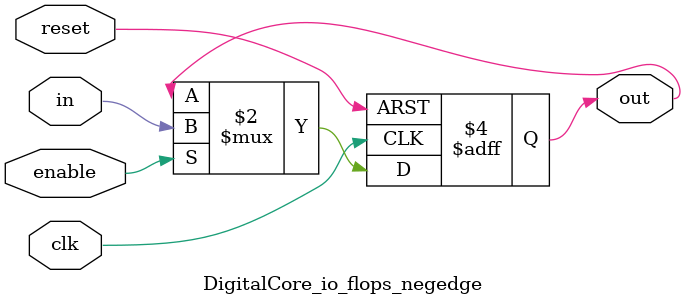
<source format=v>

`timescale 1ns/1ps

// A simple module just containing flops to be used for I/O. This is so
// that it is easier to tell floorplanning to put these flops in their
// own region and/or to not get optimized away during synthesis

module DigitalCore_io_flops_negedge (
        clk,
        reset,
        enable,
        in,
        out
    );

    //-----------------------------------------------------------------------------------
    //  Physical Parameters
    //-----------------------------------------------------------------------------------
    parameter Width =       1;
    parameter ResetVal =    1'b0;
    //-----------------------------------------------------------------------------------
    
    //-----------------------------------------------------------------------------------
    //  I/O
    //-----------------------------------------------------------------------------------
    input wire              clk;
    input wire              reset;
    input wire              enable;
    input wire  [Width-1:0] in;
    output reg  [Width-1:0] out;
    //-----------------------------------------------------------------------------------
    
    //-----------------------------------------------------------------------------------
    //  Register
    //-----------------------------------------------------------------------------------
    always @(negedge clk or posedge reset) begin
        if (reset) out <= ResetVal;
        else if (enable) out <= in;
    end 
    //-----------------------------------------------------------------------------------

endmodule


</source>
